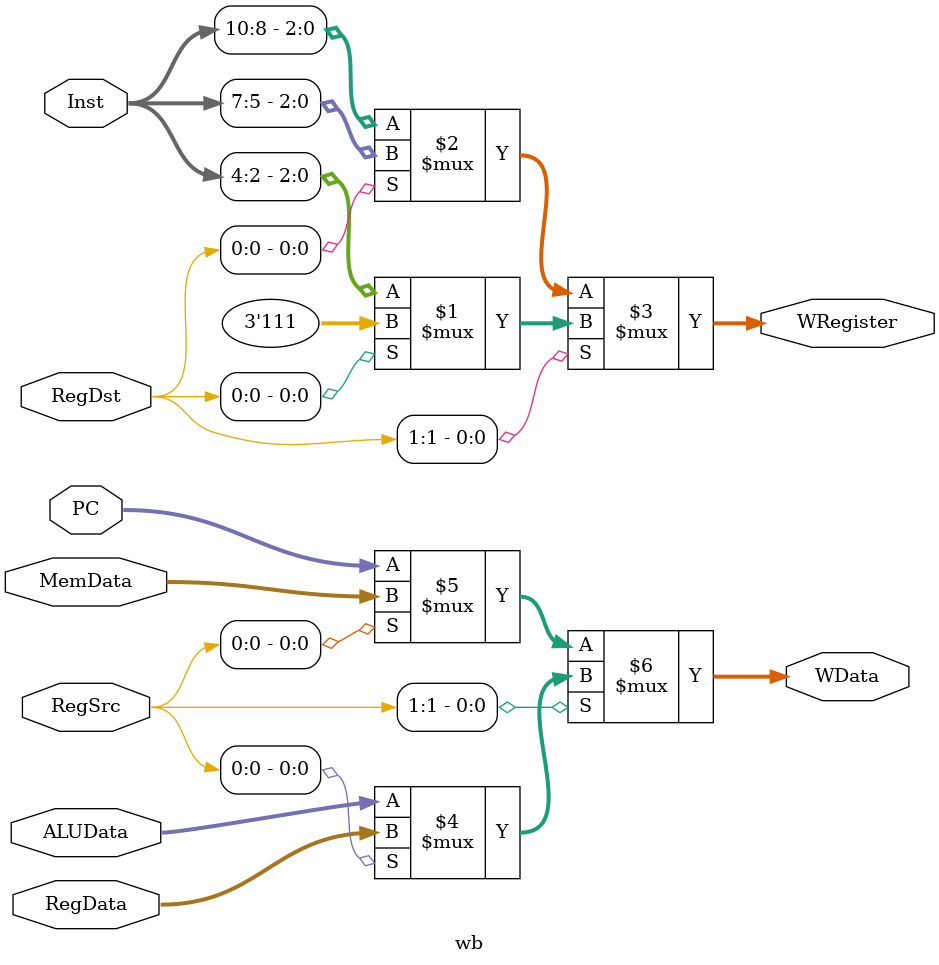
<source format=v>
/*
   CS/ECE 552 Spring '22
  
   Filename        : wb.v
   Description     : This is the module for the overall Write Back stage of the processor.
*/
`default_nettype none
module wb (RegSrc, PC, MemData, ALUData, RegData, WData, RegDst, Inst, WRegister);

   input wire [1:0] RegDst, RegSrc; // Control Signals for data and register selection.
   input wire [15:0] PC, MemData, ALUData, RegData; // 4 possible strings of data can get written to a register.
   input wire [15:0] Inst; // Take in full instruction and choose bits to select register destination depending on the instruction.

   output wire [15:0] WData; // Output data that gets written to a register.
   output wire [2:0] WRegister; // The register data gets written to.

   //////////////////////////////////////////////////
   // Mux logic to determine destination register. //
   //////////////////////////////////////////////////
   assign WRegister = RegDst[1] ? (RegDst[0] ? 3'b111 : Inst[4:2]) : (RegDst[0] ? Inst[7:5] : Inst[10:8]);

   //////////////////////////////////
   // Mux logic to determine data. //
   //////////////////////////////////
   assign WData = RegSrc[1] ? (RegSrc[0] ? RegData : ALUData) : (RegSrc[0] ? MemData : PC);

endmodule
`default_nettype wire

</source>
